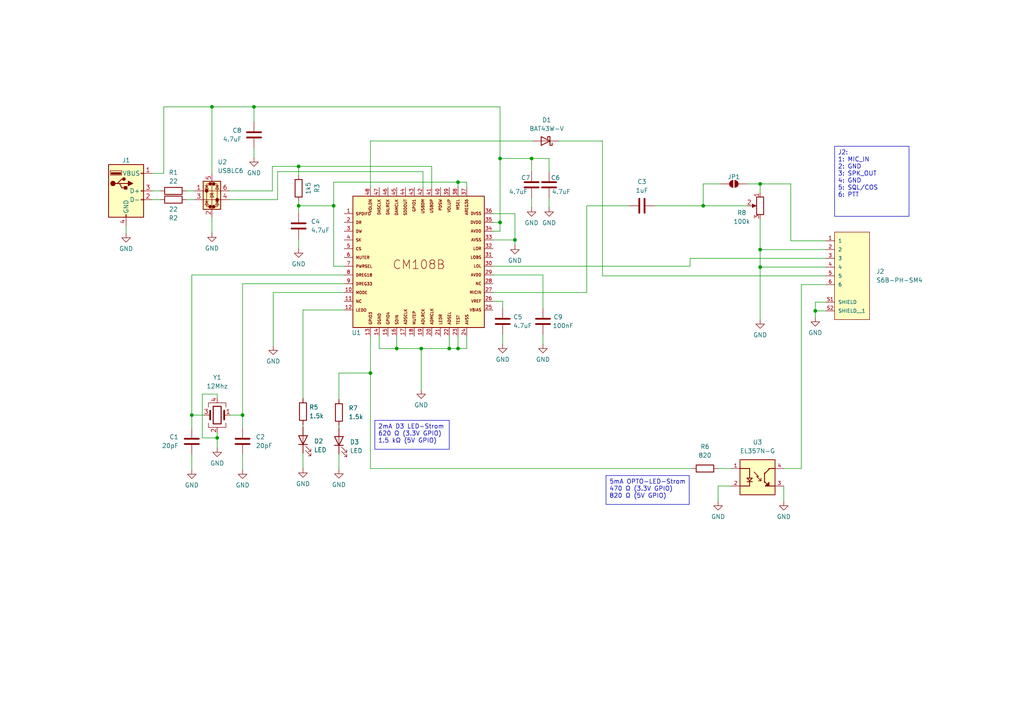
<source format=kicad_sch>
(kicad_sch (version 20250114) (generator "eeschema") (generator_version "9.0")
  (paper "A4")
  (lib_symbols
    (symbol "CM108B:CM108B" (pin_names (offset 1.016))
      (property "Reference" "U" (at 17.78 21.844 0))
      (property "Value" "CM108B" (at 17.78 -20.32 0))
      (symbol "CM108B_0_0"
        (rectangle (start -17.78 -17.78) (end 20.32 20.32) (stroke (width 0.254)) (fill (type background)))
        (text "SPDIFO" (at -17.018 14.732 0) (effects (font (size 0.8128 0.8128)) (justify left bottom)))
        (text "DR" (at -17.018 12.192 0) (effects (font (size 0.8128 0.8128)) (justify left bottom)))
        (text "DW" (at -17.018 9.652 0) (effects (font (size 0.8128 0.8128)) (justify left bottom)))
        (text "SK" (at -17.018 7.112 0) (effects (font (size 0.8128 0.8128)) (justify left bottom)))
        (text "CS" (at -17.018 4.572 0) (effects (font (size 0.8128 0.8128)) (justify left bottom)))
        (text "MUTER" (at -17.018 2.032 0) (effects (font (size 0.8128 0.8128)) (justify left bottom)))
        (text "PWRSEL" (at -17.018 -0.508 0) (effects (font (size 0.8128 0.8128)) (justify left bottom)))
        (text "DREG18" (at -17.018 -3.048 0) (effects (font (size 0.8128 0.8128)) (justify left bottom)))
        (text "DREG33" (at -17.018 -5.588 0) (effects (font (size 0.8128 0.8128)) (justify left bottom)))
        (text "MODE" (at -17.018 -8.128 0) (effects (font (size 0.8128 0.8128)) (justify left bottom)))
        (text "NC" (at -17.018 -10.668 0) (effects (font (size 0.8128 0.8128)) (justify left bottom)))
        (text "LEDO" (at -17.018 -13.208 0) (effects (font (size 0.8128 0.8128)) (justify left bottom)))
        (text "VOLDN" (at -13.208 19.558 900) (effects (font (size 0.8128 0.8128)) (justify right top)))
        (text "GPIO3" (at -12.192 -17.018 900) (effects (font (size 0.8128 0.8128)) (justify left bottom)))
        (text "DASCLK" (at -10.668 19.558 900) (effects (font (size 0.8128 0.8128)) (justify right top)))
        (text "DGND" (at -9.652 -17.018 900) (effects (font (size 0.8128 0.8128)) (justify left bottom)))
        (text "DALRCK" (at -8.128 19.558 900) (effects (font (size 0.8128 0.8128)) (justify right top)))
        (text "GPIO4" (at -7.112 -17.018 900) (effects (font (size 0.8128 0.8128)) (justify left bottom)))
        (text "CM108B" (at -6.35 -1.016 0) (effects (font (size 2.54 2.54)) (justify left bottom)))
        (text "DAMCLK" (at -5.588 19.558 900) (effects (font (size 0.8128 0.8128)) (justify right top)))
        (text "SDIN" (at -4.572 -17.018 900) (effects (font (size 0.8128 0.8128)) (justify left bottom)))
        (text "SDDOUT" (at -3.048 19.558 900) (effects (font (size 0.8128 0.8128)) (justify right top)))
        (text "ADSCLK" (at -2.032 -17.018 900) (effects (font (size 0.8128 0.8128)) (justify left bottom)))
        (text "GPIO1" (at -0.508 19.558 900) (effects (font (size 0.8128 0.8128)) (justify right top)))
        (text "MUTEP" (at 0.508 -17.018 900) (effects (font (size 0.8128 0.8128)) (justify left bottom)))
        (text "USBDM" (at 2.032 19.558 900) (effects (font (size 0.8128 0.8128)) (justify right top)))
        (text "ADLRCK" (at 3.048 -17.018 900) (effects (font (size 0.8128 0.8128)) (justify left bottom)))
        (text "USBDP" (at 4.572 19.558 900) (effects (font (size 0.8128 0.8128)) (justify right top)))
        (text "ADMCLK" (at 5.588 -17.018 900) (effects (font (size 0.8128 0.8128)) (justify left bottom)))
        (text "PDSW" (at 7.112 19.558 900) (effects (font (size 0.8128 0.8128)) (justify right top)))
        (text "LEDR" (at 8.128 -17.018 900) (effects (font (size 0.8128 0.8128)) (justify left bottom)))
        (text "VOLUP" (at 9.652 19.558 900) (effects (font (size 0.8128 0.8128)) (justify right top)))
        (text "ADSEL" (at 10.668 -17.018 900) (effects (font (size 0.8128 0.8128)) (justify left bottom)))
        (text "MSEL" (at 12.192 19.558 900) (effects (font (size 0.8128 0.8128)) (justify right top)))
        (text "TEST" (at 13.208 -17.018 900) (effects (font (size 0.8128 0.8128)) (justify left bottom)))
        (text "AREG36" (at 14.732 19.558 900) (effects (font (size 0.8128 0.8128)) (justify right top)))
        (text "AVSS" (at 15.748 -17.018 900) (effects (font (size 0.8128 0.8128)) (justify left bottom)))
        (text "DVSS" (at 19.558 15.748 0) (effects (font (size 0.8128 0.8128)) (justify right top)))
        (text "DVDD" (at 19.558 13.208 0) (effects (font (size 0.8128 0.8128)) (justify right top)))
        (text "AVDD" (at 19.558 10.668 0) (effects (font (size 0.8128 0.8128)) (justify right top)))
        (text "AVSS" (at 19.558 8.128 0) (effects (font (size 0.8128 0.8128)) (justify right top)))
        (text "LOR" (at 19.558 5.588 0) (effects (font (size 0.8128 0.8128)) (justify right top)))
        (text "LOBS" (at 19.558 3.048 0) (effects (font (size 0.8128 0.8128)) (justify right top)))
        (text "LOL" (at 19.558 0.508 0) (effects (font (size 0.8128 0.8128)) (justify right top)))
        (text "AVDD" (at 19.558 -2.032 0) (effects (font (size 0.8128 0.8128)) (justify right top)))
        (text "NC" (at 19.558 -4.572 0) (effects (font (size 0.8128 0.8128)) (justify right top)))
        (text "MICIN" (at 19.558 -7.112 0) (effects (font (size 0.8128 0.8128)) (justify right top)))
        (text "VREF" (at 19.558 -9.652 0) (effects (font (size 0.8128 0.8128)) (justify right top)))
        (text "VBIAS" (at 19.558 -12.192 0) (effects (font (size 0.8128 0.8128)) (justify right top)))
        (pin bidirectional line (at -20.32 15.24 0) (length 2.54) (name "~") (number "1"))
        (pin bidirectional line (at -20.32 12.7 0) (length 2.54) (name "~") (number "2"))
        (pin bidirectional line (at -20.32 10.16 0) (length 2.54) (name "~") (number "3"))
        (pin bidirectional line (at -20.32 7.62 0) (length 2.54) (name "~") (number "4"))
        (pin bidirectional line (at -20.32 5.08 0) (length 2.54) (name "~") (number "5"))
        (pin bidirectional line (at -20.32 2.54 0) (length 2.54) (name "~") (number "6"))
        (pin bidirectional line (at -20.32 0 0) (length 2.54) (name "~") (number "7"))
        (pin bidirectional line (at -20.32 -2.54 0) (length 2.54) (name "~") (number "8"))
        (pin bidirectional line (at -20.32 -5.08 0) (length 2.54) (name "~") (number "9"))
        (pin bidirectional line (at -20.32 -7.62 0) (length 2.54) (name "~") (number "10"))
        (pin bidirectional line (at -20.32 -10.16 0) (length 2.54) (name "~") (number "11"))
        (pin bidirectional line (at -20.32 -12.7 0) (length 2.54) (name "~") (number "12"))
        (pin bidirectional line (at -12.7 22.86 270) (length 2.54) (name "~") (number "48"))
        (pin bidirectional line (at -12.7 -20.32 90) (length 2.54) (name "~") (number "13"))
        (pin bidirectional line (at -10.16 22.86 270) (length 2.54) (name "~") (number "47"))
        (pin bidirectional line (at -10.16 -20.32 90) (length 2.54) (name "~") (number "14"))
        (pin bidirectional line (at -7.62 22.86 270) (length 2.54) (name "~") (number "46"))
        (pin bidirectional line (at -7.62 -20.32 90) (length 2.54) (name "~") (number "15"))
        (pin bidirectional line (at -5.08 22.86 270) (length 2.54) (name "~") (number "45"))
        (pin bidirectional line (at -5.08 -20.32 90) (length 2.54) (name "~") (number "16"))
        (pin bidirectional line (at -2.54 22.86 270) (length 2.54) (name "~") (number "44"))
        (pin bidirectional line (at -2.54 -20.32 90) (length 2.54) (name "~") (number "17"))
        (pin bidirectional line (at 0 22.86 270) (length 2.54) (name "~") (number "43"))
        (pin bidirectional line (at 0 -20.32 90) (length 2.54) (name "~") (number "18"))
        (pin bidirectional line (at 2.54 22.86 270) (length 2.54) (name "~") (number "42"))
        (pin bidirectional line (at 2.54 -20.32 90) (length 2.54) (name "~") (number "19"))
        (pin bidirectional line (at 5.08 22.86 270) (length 2.54) (name "~") (number "41"))
        (pin bidirectional line (at 5.08 -20.32 90) (length 2.54) (name "~") (number "20"))
        (pin bidirectional line (at 7.62 22.86 270) (length 2.54) (name "~") (number "40"))
        (pin bidirectional line (at 7.62 -20.32 90) (length 2.54) (name "~") (number "21"))
        (pin bidirectional line (at 10.16 22.86 270) (length 2.54) (name "~") (number "39"))
        (pin bidirectional line (at 10.16 -20.32 90) (length 2.54) (name "~") (number "22"))
        (pin bidirectional line (at 12.7 22.86 270) (length 2.54) (name "~") (number "38"))
        (pin bidirectional line (at 12.7 -20.32 90) (length 2.54) (name "~") (number "23"))
        (pin bidirectional line (at 15.24 22.86 270) (length 2.54) (name "~") (number "37"))
        (pin bidirectional line (at 15.24 -20.32 90) (length 2.54) (name "~") (number "24"))
        (pin bidirectional line (at 22.86 15.24 180) (length 2.54) (name "~") (number "36"))
        (pin bidirectional line (at 22.86 12.7 180) (length 2.54) (name "~") (number "35"))
        (pin bidirectional line (at 22.86 10.16 180) (length 2.54) (name "~") (number "34"))
        (pin bidirectional line (at 22.86 7.62 180) (length 2.54) (name "~") (number "33"))
        (pin bidirectional line (at 22.86 5.08 180) (length 2.54) (name "~") (number "32"))
        (pin bidirectional line (at 22.86 2.54 180) (length 2.54) (name "~") (number "31"))
        (pin bidirectional line (at 22.86 0 180) (length 2.54) (name "~") (number "30"))
        (pin bidirectional line (at 22.86 -2.54 180) (length 2.54) (name "~") (number "29"))
        (pin bidirectional line (at 22.86 -5.08 180) (length 2.54) (name "~") (number "28"))
        (pin bidirectional line (at 22.86 -7.62 180) (length 2.54) (name "~") (number "27"))
        (pin bidirectional line (at 22.86 -10.16 180) (length 2.54) (name "~") (number "26"))
        (pin bidirectional line (at 22.86 -12.7 180) (length 2.54) (name "~") (number "25"))
      )
    )
    (symbol "Connector_USB_PCB_Edge:USB_A_PCB_Edge_receptacle" (pin_names (offset 1.016))
      (property "Reference" "J" (at -5.08 11.43 0))
      (property "Value" "USB_A_PCB_Edge_receptacle" (at -5.08 8.89 0))
      (symbol "USB_A_PCB_Edge_receptacle_0_1"
        (rectangle (start -5.08 -7.62) (end 5.08 7.62) (stroke (width 0.254)) (fill (type background)))
        (circle (center -3.81 2.159) (radius 0.635) (stroke (width 0.254)) (fill (type outline)))
        (polyline (pts (xy -3.175 2.159) (xy -2.54 2.159) (xy -1.27 3.429) (xy -0.635 3.429)) (stroke (width 0.254)))
        (polyline (pts (xy -2.54 2.159) (xy -1.905 2.159) (xy -1.27 0.889) (xy 0 0.889)) (stroke (width 0.254)))
        (rectangle (start -1.524 4.826) (end -4.318 5.334) (fill (type outline)))
        (rectangle (start -1.27 4.572) (end -4.572 5.842))
        (circle (center -0.635 3.429) (radius 0.381) (stroke (width 0.254)) (fill (type outline)))
        (rectangle (start -0.127 -7.62) (end 0.127 -6.858))
        (rectangle (start 0.254 1.27) (end -0.508 0.508) (stroke (width 0.254)) (fill (type outline)))
        (polyline (pts (xy 0.635 2.794) (xy 0.635 1.524) (xy 1.905 2.159) (xy 0.635 2.794)) (stroke (width 0.254)) (fill (type outline)))
        (rectangle (start 5.08 4.953) (end 4.318 5.207))
        (rectangle (start 5.08 -0.127) (end 4.318 0.127))
        (rectangle (start 5.08 -2.667) (end 4.318 -2.413))
      )
      (symbol "USB_A_PCB_Edge_receptacle_1_1"
        (polyline (pts (xy -1.905 2.159) (xy 0.635 2.159)) (stroke (width 0.254)))
        (pin passive line (at -2.54 -10.16 90) (length 2.54) (hide yes) (name "Shield") (number "5"))
        (pin power_in line (at 0 -10.16 90) (length 2.54) (name "GND") (number "4"))
        (pin power_in line (at 7.62 5.08 180) (length 2.54) (name "VBUS") (number "1"))
        (pin bidirectional line (at 7.62 0 180) (length 2.54) (name "D+") (number "3"))
        (pin bidirectional line (at 7.62 -2.54 180) (length 2.54) (name "D-") (number "2"))
      )
    )
    (symbol "Device:C" (pin_numbers (hide yes)) (pin_names (offset 0.254))
      (property "Reference" "C" (at 0.635 2.54 0))
      (property "Value" "C" (at 0.635 -2.54 0))
      (symbol "C_0_1"
        (polyline (pts (xy -2.032 0.762) (xy 2.032 0.762)) (stroke (width 0.508)))
        (polyline (pts (xy -2.032 -0.762) (xy 2.032 -0.762)) (stroke (width 0.508)))
      )
      (symbol "C_1_1"
        (pin passive line (at 0 3.81 270) (length 2.794) (name "~") (number "1"))
        (pin passive line (at 0 -3.81 90) (length 2.794) (name "~") (number "2"))
      )
    )
    (symbol "Device:Crystal_GND24" (pin_names (offset 1.016) (hide yes))
      (property "Reference" "Y" (at 3.175 5.08 0))
      (property "Value" "Crystal_GND24" (at 3.175 3.175 0))
      (symbol "Crystal_GND24_0_1"
        (polyline (pts (xy -2.54 2.286) (xy -2.54 3.556) (xy 2.54 3.556) (xy 2.54 2.286)))
        (polyline (pts (xy -2.54 0) (xy -2.032 0)))
        (polyline (pts (xy -2.54 -2.286) (xy -2.54 -3.556) (xy 2.54 -3.556) (xy 2.54 -2.286)))
        (polyline (pts (xy -2.032 -1.27) (xy -2.032 1.27)) (stroke (width 0.508)))
        (rectangle (start -1.143 2.54) (end 1.143 -2.54) (stroke (width 0.3048)))
        (polyline (pts (xy 0 3.556) (xy 0 3.81)))
        (polyline (pts (xy 0 -3.81) (xy 0 -3.556)))
        (polyline (pts (xy 2.032 0) (xy 2.54 0)))
        (polyline (pts (xy 2.032 -1.27) (xy 2.032 1.27)) (stroke (width 0.508)))
      )
      (symbol "Crystal_GND24_1_1"
        (pin passive line (at -3.81 0 0) (length 1.27) (name "1") (number "1"))
        (pin passive line (at 0 5.08 270) (length 1.27) (name "2") (number "2"))
        (pin passive line (at 0 -5.08 90) (length 1.27) (name "4") (number "4"))
        (pin passive line (at 3.81 0 180) (length 1.27) (name "3") (number "3"))
      )
    )
    (symbol "Device:LED" (pin_numbers (hide yes)) (pin_names (offset 1.016) (hide yes))
      (property "Reference" "D" (at 0 2.54 0))
      (property "Value" "LED" (at 0 -2.54 0))
      (symbol "LED_0_1"
        (polyline (pts (xy -3.048 -0.762) (xy -4.572 -2.286) (xy -3.81 -2.286) (xy -4.572 -2.286) (xy -4.572 -1.524)))
        (polyline (pts (xy -1.778 -0.762) (xy -3.302 -2.286) (xy -2.54 -2.286) (xy -3.302 -2.286) (xy -3.302 -1.524)))
        (polyline (pts (xy -1.27 0) (xy 1.27 0)))
        (polyline (pts (xy -1.27 -1.27) (xy -1.27 1.27)) (stroke (width 0.254)))
        (polyline (pts (xy 1.27 -1.27) (xy 1.27 1.27) (xy -1.27 0) (xy 1.27 -1.27)) (stroke (width 0.254)))
      )
      (symbol "LED_1_1"
        (pin passive line (at -3.81 0 0) (length 2.54) (name "K") (number "1"))
        (pin passive line (at 3.81 0 180) (length 2.54) (name "A") (number "2"))
      )
    )
    (symbol "Device:R" (pin_numbers (hide yes)) (pin_names (offset 0))
      (property "Reference" "R" (at 2.032 0 90))
      (property "Value" "R" (at 0 0 90))
      (symbol "R_0_1"
        (rectangle (start -1.016 -2.54) (end 1.016 2.54) (stroke (width 0.254)))
      )
      (symbol "R_1_1"
        (pin passive line (at 0 3.81 270) (length 1.27) (name "~") (number "1"))
        (pin passive line (at 0 -3.81 90) (length 1.27) (name "~") (number "2"))
      )
    )
    (symbol "Device:R_Potentiometer" (pin_names (offset 1.016) (hide yes))
      (property "Reference" "RV" (at -4.445 0 90))
      (property "Value" "R_Potentiometer" (at -2.54 0 90))
      (symbol "R_Potentiometer_0_1"
        (rectangle (start 1.016 2.54) (end -1.016 -2.54) (stroke (width 0.254)))
        (polyline (pts (xy 1.143 0) (xy 2.286 0.508) (xy 2.286 -0.508) (xy 1.143 0)) (fill (type outline)))
        (polyline (pts (xy 2.54 0) (xy 1.524 0)))
      )
      (symbol "R_Potentiometer_1_1"
        (pin passive line (at 0 3.81 270) (length 1.27) (name "1") (number "1"))
        (pin passive line (at 0 -3.81 90) (length 1.27) (name "3") (number "3"))
        (pin passive line (at 3.81 0 180) (length 1.27) (name "2") (number "2"))
      )
    )
    (symbol "Diode:BAT43W-V" (pin_numbers (hide yes)) (pin_names (offset 1.016) (hide yes))
      (property "Reference" "D" (at 0 2.54 0))
      (property "Value" "BAT43W-V" (at 0 -2.54 0))
      (symbol "BAT43W-V_0_1"
        (polyline (pts (xy -1.905 0.635) (xy -1.905 1.27) (xy -1.27 1.27) (xy -1.27 -1.27) (xy -0.635 -1.27) (xy -0.635 -0.635)) (stroke (width 0.254)))
        (polyline (pts (xy 1.27 1.27) (xy 1.27 -1.27) (xy -1.27 0) (xy 1.27 1.27)) (stroke (width 0.254)))
        (polyline (pts (xy 1.27 0) (xy -1.27 0)))
      )
      (symbol "BAT43W-V_1_1"
        (pin passive line (at -3.81 0 0) (length 2.54) (name "K") (number "1"))
        (pin passive line (at 3.81 0 180) (length 2.54) (name "A") (number "2"))
      )
    )
    (symbol "EL357N-G:EL357N-G" (pin_names (offset 1.016))
      (property "Reference" "U" (at -5.08 5.08 0))
      (property "Value" "EL357N-G" (at -5.08 -7.62 0))
      (symbol "EL357N-G_0_0"
        (polyline (pts (xy -5.08 2.54) (xy -2.286 2.54)) (stroke (width 0.254)))
        (rectangle (start -5.08 -5.08) (end 5.08 5.08) (stroke (width 0.254)) (fill (type background)))
        (polyline (pts (xy -3.048 -0.254) (xy -2.286 -1.016)) (stroke (width 0.254)))
        (polyline (pts (xy -3.048 -1.27) (xy -1.524 -1.27)) (stroke (width 0.254)))
        (polyline (pts (xy -2.286 2.54) (xy -2.286 -0.254)) (stroke (width 0.254)))
        (polyline (pts (xy -2.286 -0.254) (xy -3.048 -0.254)) (stroke (width 0.254)))
        (polyline (pts (xy -2.286 -0.254) (xy -1.524 -0.254)) (stroke (width 0.254)))
        (polyline (pts (xy -2.286 -1.016) (xy -1.524 -0.254)) (stroke (width 0.254)))
        (polyline (pts (xy -2.286 -1.27) (xy -2.286 -2.54)) (stroke (width 0.254)))
        (polyline (pts (xy -2.286 -2.54) (xy -5.08 -2.54)) (stroke (width 0.254)))
        (polyline (pts (xy -1.016 1.524) (xy 0.254 0.254)) (stroke (width 0.2032)))
        (polyline (pts (xy -0.254 0.254) (xy 1.016 -1.016)) (stroke (width 0.2032)))
        (polyline (pts (xy 0.254 0.254) (xy -0.254 0.254)) (stroke (width 0.2032)))
        (polyline (pts (xy 1.016 -1.016) (xy 0.254 -1.016)) (stroke (width 0.2032)))
        (polyline (pts (xy 1.016 -1.016) (xy 1.016 -0.254)) (stroke (width 0.2032)))
        (polyline (pts (xy 2.032 1.016) (xy 2.032 1.27)) (stroke (width 0.254)))
        (polyline (pts (xy 2.032 1.016) (xy 2.032 -1.27)) (stroke (width 0.254)))
        (polyline (pts (xy 2.032 -1.27) (xy 2.032 -1.524)) (stroke (width 0.254)))
        (polyline (pts (xy 2.032 -1.27) (xy 3.302 -2.54)) (stroke (width 0.254)))
        (polyline (pts (xy 2.286 -2.54) (xy 3.048 -2.54)) (stroke (width 0.254)))
        (polyline (pts (xy 2.54 -2.286) (xy 2.286 -2.54)) (stroke (width 0.254)))
        (polyline (pts (xy 2.54 -2.286) (xy 2.794 -2.286)) (stroke (width 0.254)))
        (polyline (pts (xy 2.794 -2.286) (xy 3.048 -2.54)) (stroke (width 0.254)))
        (polyline (pts (xy 3.048 -2.032) (xy 2.794 -2.286)) (stroke (width 0.254)))
        (polyline (pts (xy 3.048 -2.032) (xy 3.302 -1.778)) (stroke (width 0.254)))
        (polyline (pts (xy 3.048 -2.54) (xy 3.048 -2.032)) (stroke (width 0.254)))
        (polyline (pts (xy 3.048 -2.54) (xy 3.302 -2.54)) (stroke (width 0.254)))
        (polyline (pts (xy 3.302 2.54) (xy 3.302 2.286)) (stroke (width 0.254)))
        (polyline (pts (xy 3.302 2.286) (xy 2.032 1.016)) (stroke (width 0.254)))
        (polyline (pts (xy 3.302 -1.524) (xy 2.54 -2.286)) (stroke (width 0.254)))
        (polyline (pts (xy 3.302 -1.778) (xy 3.302 -1.524)) (stroke (width 0.254)))
        (polyline (pts (xy 3.302 -2.286) (xy 3.048 -2.032)) (stroke (width 0.254)))
        (polyline (pts (xy 3.302 -2.286) (xy 3.302 -1.778)) (stroke (width 0.254)))
        (polyline (pts (xy 3.302 -2.54) (xy 3.302 -2.286)) (stroke (width 0.254)))
        (polyline (pts (xy 3.302 -2.54) (xy 5.08 -2.54)) (stroke (width 0.254)))
        (polyline (pts (xy 5.08 2.54) (xy 3.302 2.54)) (stroke (width 0.254)))
        (pin passive line (at -7.62 2.54 0) (length 2.54) (name "~") (number "1"))
        (pin passive line (at -7.62 -2.54 0) (length 2.54) (name "~") (number "2"))
        (pin passive line (at 7.62 2.54 180) (length 2.54) (name "~") (number "4"))
        (pin passive line (at 7.62 -2.54 180) (length 2.54) (name "~") (number "3"))
      )
    )
    (symbol "Power_Protection:USBLC6-2SC6" (pin_names (hide yes))
      (property "Reference" "U" (at 0.635 5.715 0))
      (property "Value" "USBLC6-2SC6" (at 0.635 3.81 0))
      (symbol "USBLC6-2SC6_0_0"
        (circle (center -1.524 0) (radius 0.0001) (stroke (width 0.508)))
        (circle (center -0.508 2.032) (radius 0.0001) (stroke (width 0.508)))
        (circle (center -0.508 -4.572) (radius 0.0001) (stroke (width 0.508)))
        (circle (center 0.508 2.032) (radius 0.0001) (stroke (width 0.508)))
        (circle (center 0.508 -4.572) (radius 0.0001) (stroke (width 0.508)))
        (circle (center 1.524 -2.54) (radius 0.0001) (stroke (width 0.508)))
      )
      (symbol "USBLC6-2SC6_0_1"
        (polyline (pts (xy -2.54 0) (xy 2.54 0)))
        (polyline (pts (xy -2.54 -2.54) (xy 2.54 -2.54)))
        (polyline (pts (xy -2.032 0.508) (xy -1.016 0.508) (xy -1.524 1.524) (xy -2.032 0.508)))
        (polyline (pts (xy -2.032 -3.048) (xy -1.016 -3.048)))
        (polyline (pts (xy -1.016 1.524) (xy -2.032 1.524)))
        (polyline (pts (xy -1.016 -4.064) (xy -2.032 -4.064) (xy -1.524 -3.048) (xy -1.016 -4.064)))
        (polyline (pts (xy -0.508 -1.143) (xy -0.508 -0.762) (xy 0.508 -0.762)))
        (polyline (pts (xy 0 2.54) (xy -0.508 2.032) (xy 0.508 2.032) (xy 0 1.524) (xy 0 -4.064) (xy -0.508 -4.572) (xy 0.508 -4.572) (xy 0 -5.08)))
        (polyline (pts (xy 0.508 -1.778) (xy -0.508 -1.778) (xy 0 -0.762) (xy 0.508 -1.778)))
        (polyline (pts (xy 1.016 1.524) (xy 2.032 1.524)))
        (polyline (pts (xy 1.016 -3.048) (xy 2.032 -3.048)))
        (polyline (pts (xy 2.032 0.508) (xy 1.016 0.508) (xy 1.524 1.524) (xy 2.032 0.508)))
        (polyline (pts (xy 2.032 -4.064) (xy 1.016 -4.064) (xy 1.524 -3.048) (xy 2.032 -4.064)))
      )
      (symbol "USBLC6-2SC6_1_1"
        (rectangle (start -2.54 2.794) (end 2.54 -5.334) (stroke (width 0.254)) (fill (type background)))
        (polyline (pts (xy -0.508 2.032) (xy -1.524 2.032) (xy -1.524 -4.572) (xy -0.508 -4.572)))
        (polyline (pts (xy 0.508 -4.572) (xy 1.524 -4.572) (xy 1.524 2.032) (xy 0.508 2.032)))
        (pin passive line (at -5.08 0 0) (length 2.54) (name "I/O1") (number "1"))
        (pin passive line (at -5.08 -2.54 0) (length 2.54) (name "I/O2") (number "3"))
        (pin passive line (at 0 5.08 270) (length 2.54) (name "VBUS") (number "5"))
        (pin passive line (at 0 -7.62 90) (length 2.54) (name "GND") (number "2"))
        (pin passive line (at 5.08 0 180) (length 2.54) (name "I/O1") (number "6"))
        (pin passive line (at 5.08 -2.54 180) (length 2.54) (name "I/O2") (number "4"))
      )
    )
    (symbol "S6B-PH-SM4-TB_LF__SN_:S6B-PH-SM4-TB_LF__SN_" (pin_names (offset 1.016))
      (property "Reference" "J" (at -4.5735 10.6715 0))
      (property "Value" "S6B-PH-SM4-TB_LF__SN_" (at -5.0827 -17.7881 0))
      (symbol "S6B-PH-SM4-TB_LF__SN__0_0"
        (rectangle (start -5.08 -15.24) (end 5.08 10.16) (stroke (width 0.1524)) (fill (type background)))
        (pin passive line (at -7.62 7.62 0) (length 2.54) (name "1") (number "1"))
        (pin passive line (at -7.62 5.08 0) (length 2.54) (name "2") (number "2"))
        (pin passive line (at -7.62 2.54 0) (length 2.54) (name "3") (number "3"))
        (pin passive line (at -7.62 0 0) (length 2.54) (name "4") (number "4"))
        (pin passive line (at -7.62 -2.54 0) (length 2.54) (name "5") (number "5"))
        (pin passive line (at -7.62 -5.08 0) (length 2.54) (name "6") (number "6"))
        (pin passive line (at -7.62 -10.16 0) (length 2.54) (name "SHIELD") (number "S1"))
        (pin passive line (at -7.62 -12.7 0) (length 2.54) (name "SHIELD__1") (number "S2"))
      )
    )
    (symbol "SolderJumper_2_Open_1" (pin_numbers (hide yes)) (pin_names (offset 0) (hide yes)) (in_bom no)
      (property "Reference" "JP" (at 0 2.032 0))
      (property "Value" "SolderJumper_2_Open" (at 0 -2.54 0))
      (symbol "SolderJumper_2_Open_1_0_1"
        (polyline (pts (xy -0.254 1.016) (xy -0.254 -1.016)))
        (arc (start -0.254 -1.016) (mid -1.2656 0) (end -0.254 1.016))
        (arc (start -0.254 -1.016) (mid -1.2656 0) (end -0.254 1.016) (fill (type outline)))
        (arc (start 0.254 1.016) (mid 1.2656 0) (end 0.254 -1.016))
        (arc (start 0.254 1.016) (mid 1.2656 0) (end 0.254 -1.016) (fill (type outline)))
        (polyline (pts (xy 0.254 1.016) (xy 0.254 -1.016)))
      )
      (symbol "SolderJumper_2_Open_1_1_1"
        (pin passive line (at -3.81 0 0) (length 2.54) (name "A") (number "1"))
        (pin passive line (at 3.81 0 180) (length 2.54) (name "B") (number "2"))
      )
    )
    (symbol "power:GND" (power) (pin_numbers (hide yes)) (pin_names (offset 0) (hide yes))
      (property "Value" "GND" (at 0 -3.81 0))
      (symbol "GND_0_1"
        (polyline (pts (xy 0 0) (xy 0 -1.27) (xy 1.27 -1.27) (xy 0 -2.54) (xy -1.27 -1.27) (xy 0 -1.27)))
      )
      (symbol "GND_1_1"
        (pin power_in line (at 0 0 270) (length 0) (name "~") (number "1"))
      )
    )
  )
  (text_box "2mA D3 LED-Strom\n620 Ω (3.3V GPIO)\n1.5 kΩ (5V GPIO)" (at 108.712 121.92 0) (size 21.59 8.382) (margins 0.9525 0.9525 0.9525 0.9525) (effects (font (size 1.27 1.27)) (justify left top)))
  (text_box "5mA OPTO-LED-Strom\n470 Ω (3.3V GPIO)\n820 Ω (5V GPIO)" (at 175.768 137.922 0) (size 24.13 8.382) (margins 0.9525 0.9525 0.9525 0.9525) (effects (font (size 1.27 1.27)) (justify left top)))
  (text_box "J2:\n1: MIC_IN\n2: GND\n3: SPK_OUT\n4: GND\n5: SQL/COS\n6: PTT" (at 242.062 42.418 0) (size 21.59 20.32) (margins 0.9525 0.9525 0.9525 0.9525) (effects (font (size 1.27 1.27)) (justify left top)))
  (junction (at 55.626 120.396))
  (junction (at 220.472 53.34))
  (junction (at 145.034 64.516))
  (junction (at 96.774 59.69))
  (junction (at 145.034 45.974))
  (junction (at 149.352 69.596))
  (junction (at 70.358 120.396))
  (junction (at 86.614 59.69))
  (junction (at 73.66 30.988))
  (junction (at 220.472 72.39))
  (junction (at 62.992 127))
  (junction (at 61.468 30.988))
  (junction (at 220.472 77.47))
  (junction (at 236.474 90.17))
  (junction (at 203.962 59.69))
  (junction (at 115.062 101.092))
  (junction (at 130.302 101.092))
  (junction (at 132.842 101.092))
  (junction (at 122.174 101.092))
  (junction (at 154.178 45.974))
  (junction (at 132.842 52.832))
  (junction (at 86.614 48.26))
  (junction (at 107.442 108.204))
  (wire (pts (xy 115.062 97.536) (xy 115.062 101.092)))
  (wire (pts (xy 66.548 57.912) (xy 80.518 57.912)))
  (wire (pts (xy 87.884 89.916) (xy 87.884 115.57)))
  (wire (pts (xy 61.468 30.988) (xy 61.468 50.292)))
  (wire (pts (xy 98.298 108.204) (xy 98.298 115.824)))
  (wire (pts (xy 216.662 53.34) (xy 220.472 53.34)))
  (wire (pts (xy 149.352 69.596) (xy 149.352 71.12)))
  (wire (pts (xy 122.682 49.784) (xy 80.518 49.784)))
  (wire (pts (xy 220.472 77.47) (xy 220.472 92.71)))
  (wire (pts (xy 145.796 87.376) (xy 145.796 89.408)))
  (wire (pts (xy 200.152 77.216) (xy 143.002 77.216)))
  (wire (pts (xy 79.248 84.836) (xy 79.248 100.33)))
  (wire (pts (xy 143.002 69.596) (xy 149.352 69.596)))
  (wire (pts (xy 145.034 45.974) (xy 154.178 45.974)))
  (wire (pts (xy 170.18 59.69) (xy 182.372 59.69)))
  (wire (pts (xy 220.472 63.5) (xy 220.472 72.39)))
  (wire (pts (xy 208.28 140.97) (xy 208.28 145.415)))
  (wire (pts (xy 132.842 52.832) (xy 135.382 52.832)))
  (wire (pts (xy 99.822 84.836) (xy 79.248 84.836)))
  (wire (pts (xy 143.002 67.056) (xy 145.034 67.056)))
  (wire (pts (xy 36.576 65.532) (xy 36.576 67.691)))
  (wire (pts (xy 209.042 53.34) (xy 203.962 53.34)))
  (wire (pts (xy 62.992 125.476) (xy 62.992 127)))
  (wire (pts (xy 96.774 77.216) (xy 99.822 77.216)))
  (wire (pts (xy 143.002 64.516) (xy 145.034 64.516)))
  (wire (pts (xy 115.062 101.092) (xy 122.174 101.092)))
  (wire (pts (xy 132.842 101.092) (xy 135.382 101.092)))
  (wire (pts (xy 145.034 64.516) (xy 145.034 67.056)))
  (wire (pts (xy 236.474 87.63) (xy 236.474 90.17)))
  (wire (pts (xy 203.962 59.69) (xy 216.662 59.69)))
  (wire (pts (xy 232.41 82.55) (xy 239.522 82.55)))
  (wire (pts (xy 55.626 79.756) (xy 99.822 79.756)))
  (wire (pts (xy 80.518 49.784) (xy 80.518 57.912)))
  (wire (pts (xy 86.614 59.69) (xy 86.614 61.722)))
  (wire (pts (xy 229.362 53.34) (xy 229.362 69.85)))
  (wire (pts (xy 73.66 42.926) (xy 73.66 45.72)))
  (wire (pts (xy 122.174 101.092) (xy 130.302 101.092)))
  (wire (pts (xy 174.752 40.894) (xy 162.052 40.894)))
  (wire (pts (xy 132.842 52.832) (xy 132.842 54.356)))
  (wire (pts (xy 62.992 115.316) (xy 62.992 114.3)))
  (wire (pts (xy 109.982 97.536) (xy 109.982 101.092)))
  (wire (pts (xy 170.18 84.836) (xy 170.18 59.69)))
  (wire (pts (xy 96.774 59.69) (xy 96.774 52.832)))
  (wire (pts (xy 130.302 97.536) (xy 130.302 101.092)))
  (wire (pts (xy 58.674 114.3) (xy 58.674 127)))
  (wire (pts (xy 122.682 54.356) (xy 122.682 49.784)))
  (wire (pts (xy 143.002 79.756) (xy 157.48 79.756)))
  (wire (pts (xy 154.178 45.974) (xy 159.258 45.974)))
  (wire (pts (xy 122.174 101.092) (xy 122.174 113.03)))
  (wire (pts (xy 107.442 135.89) (xy 200.66 135.89)))
  (wire (pts (xy 220.472 72.39) (xy 239.522 72.39)))
  (wire (pts (xy 55.626 120.396) (xy 59.182 120.396)))
  (wire (pts (xy 232.41 82.55) (xy 232.41 135.89)))
  (wire (pts (xy 44.196 50.292) (xy 47.498 50.292)))
  (wire (pts (xy 157.48 97.028) (xy 157.48 99.822)))
  (wire (pts (xy 86.614 59.69) (xy 96.774 59.69)))
  (wire (pts (xy 109.982 101.092) (xy 115.062 101.092)))
  (wire (pts (xy 143.002 84.836) (xy 170.18 84.836)))
  (wire (pts (xy 62.992 127) (xy 62.992 129.921)))
  (wire (pts (xy 149.352 61.976) (xy 149.352 69.596)))
  (wire (pts (xy 96.774 59.69) (xy 96.774 77.216)))
  (wire (pts (xy 54.102 57.912) (xy 56.388 57.912)))
  (wire (pts (xy 87.884 131.445) (xy 87.884 135.89)))
  (wire (pts (xy 135.382 52.832) (xy 135.382 54.356)))
  (wire (pts (xy 132.842 101.092) (xy 130.302 101.092)))
  (wire (pts (xy 236.474 90.17) (xy 236.474 92.075)))
  (wire (pts (xy 62.992 114.3) (xy 58.674 114.3)))
  (wire (pts (xy 145.796 97.028) (xy 145.796 99.822)))
  (wire (pts (xy 58.674 127) (xy 62.992 127)))
  (wire (pts (xy 220.472 72.39) (xy 220.472 77.47)))
  (wire (pts (xy 66.548 55.372) (xy 78.994 55.372)))
  (wire (pts (xy 107.442 40.894) (xy 154.432 40.894)))
  (wire (pts (xy 135.382 97.536) (xy 135.382 101.092)))
  (wire (pts (xy 220.472 55.88) (xy 220.472 53.34)))
  (wire (pts (xy 154.178 49.784) (xy 154.178 45.974)))
  (wire (pts (xy 70.358 82.296) (xy 99.822 82.296)))
  (wire (pts (xy 203.962 53.34) (xy 203.962 59.69)))
  (wire (pts (xy 61.468 30.988) (xy 73.66 30.988)))
  (wire (pts (xy 55.626 131.826) (xy 55.626 136.271)))
  (wire (pts (xy 154.178 57.404) (xy 154.178 60.198)))
  (wire (pts (xy 96.774 52.832) (xy 132.842 52.832)))
  (wire (pts (xy 200.152 74.93) (xy 200.152 77.216)))
  (wire (pts (xy 107.442 108.204) (xy 98.298 108.204)))
  (wire (pts (xy 66.802 120.396) (xy 70.358 120.396)))
  (wire (pts (xy 174.752 80.01) (xy 174.752 40.894)))
  (wire (pts (xy 44.196 57.912) (xy 46.482 57.912)))
  (wire (pts (xy 86.614 48.26) (xy 125.222 48.26)))
  (wire (pts (xy 229.362 69.85) (xy 239.522 69.85)))
  (wire (pts (xy 189.992 59.69) (xy 203.962 59.69)))
  (wire (pts (xy 55.626 79.756) (xy 55.626 120.396)))
  (wire (pts (xy 212.09 140.97) (xy 208.28 140.97)))
  (wire (pts (xy 61.468 62.992) (xy 61.468 67.564)))
  (wire (pts (xy 78.994 55.372) (xy 78.994 48.26)))
  (wire (pts (xy 145.034 45.974) (xy 145.034 64.516)))
  (wire (pts (xy 143.002 61.976) (xy 149.352 61.976)))
  (wire (pts (xy 157.48 79.756) (xy 157.48 89.408)))
  (wire (pts (xy 44.196 55.372) (xy 46.482 55.372)))
  (wire (pts (xy 70.358 82.296) (xy 70.358 120.396)))
  (wire (pts (xy 55.626 120.396) (xy 55.626 124.206)))
  (wire (pts (xy 107.442 108.204) (xy 107.442 135.89)))
  (wire (pts (xy 132.842 97.536) (xy 132.842 101.092)))
  (wire (pts (xy 86.614 48.26) (xy 86.614 50.8)))
  (wire (pts (xy 236.474 90.17) (xy 239.522 90.17)))
  (wire (pts (xy 73.66 30.988) (xy 145.034 30.988)))
  (wire (pts (xy 54.102 55.372) (xy 56.388 55.372)))
  (wire (pts (xy 70.358 131.826) (xy 70.358 136.271)))
  (wire (pts (xy 47.498 30.988) (xy 47.498 50.292)))
  (wire (pts (xy 220.472 77.47) (xy 239.522 77.47)))
  (wire (pts (xy 159.258 57.404) (xy 159.258 60.198)))
  (wire (pts (xy 227.33 140.97) (xy 227.33 145.415)))
  (wire (pts (xy 73.66 30.988) (xy 73.66 35.306)))
  (wire (pts (xy 159.258 45.974) (xy 159.258 49.784)))
  (wire (pts (xy 78.994 48.26) (xy 86.614 48.26)))
  (wire (pts (xy 125.222 48.26) (xy 125.222 54.356)))
  (wire (pts (xy 236.474 87.63) (xy 239.522 87.63)))
  (wire (pts (xy 70.358 120.396) (xy 70.358 124.206)))
  (wire (pts (xy 200.152 74.93) (xy 239.522 74.93)))
  (wire (pts (xy 227.33 135.89) (xy 232.41 135.89)))
  (wire (pts (xy 174.752 80.01) (xy 239.522 80.01)))
  (wire (pts (xy 47.498 30.988) (xy 61.468 30.988)))
  (wire (pts (xy 107.442 40.894) (xy 107.442 54.356)))
  (wire (pts (xy 87.884 89.916) (xy 99.822 89.916)))
  (wire (pts (xy 107.442 97.536) (xy 107.442 108.204)))
  (wire (pts (xy 98.298 131.699) (xy 98.298 136.144)))
  (wire (pts (xy 143.002 87.376) (xy 145.796 87.376)))
  (wire (pts (xy 86.614 69.342) (xy 86.614 72.136)))
  (wire (pts (xy 87.884 123.19) (xy 87.884 123.825)))
  (wire (pts (xy 86.614 58.42) (xy 86.614 59.69)))
  (wire (pts (xy 208.28 135.89) (xy 212.09 135.89)))
  (wire (pts (xy 220.472 53.34) (xy 229.362 53.34)))
  (wire (pts (xy 145.034 30.988) (xy 145.034 45.974)))
  (wire (pts (xy 98.298 123.444) (xy 98.298 124.079)))
  (symbol (lib_id "Device:C") (at 70.358 128.016 0) (unit 1)
    (property "Reference" "C2" (at 74.168 126.7459 0) (effects (justify left)))
    (property "Value" "20pF" (at 74.168 129.2859 0) (effects (justify left)))
    (property "Footprint" "Capacitor_SMD:C_0805_2012Metric_Pad1.18x1.45mm_HandSolder" (effects (hide yes)))
    (property "Description" "Unpolarized capacitor" (effects (hide yes)))
  )
  (symbol (lib_id "Device:C") (at 145.796 93.218 0) (unit 1)
    (property "Reference" "C5" (at 148.844 91.9479 0) (effects (justify left)))
    (property "Value" "4.7uF" (at 148.844 94.4879 0) (effects (justify left)))
    (property "Footprint" "Capacitor_SMD:C_0805_2012Metric" (effects (hide yes)))
    (property "Description" "Unpolarized capacitor" (effects (hide yes)))
  )
  (symbol (lib_id "power:GND") (at 227.33 145.415 0) (unit 1)
    (property "Reference" "#PWR04" (effects (hide yes)))
    (property "Value" "GND" (at 227.33 149.86 0))
    (property "Description" "Power symbol creates a global label with name \"GND\" , ground" (effects (hide yes)))
  )
  (symbol (lib_id "power:GND") (at 149.352 71.12 0) (unit 1)
    (property "Reference" "#PWR020" (effects (hide yes)))
    (property "Value" "GND" (at 149.352 75.565 0))
    (property "Description" "Power symbol creates a global label with name \"GND\" , ground" (effects (hide yes)))
  )
  (symbol (lib_id "Device:C") (at 55.626 128.016 0) (mirror x) (unit 1)
    (property "Reference" "C1" (at 51.816 126.7459 0) (effects (justify right)))
    (property "Value" "20pF" (at 51.816 129.2859 0) (effects (justify right)))
    (property "Footprint" "Capacitor_SMD:C_0805_2012Metric_Pad1.18x1.45mm_HandSolder" (effects (hide yes)))
    (property "Description" "Unpolarized capacitor" (effects (hide yes)))
  )
  (symbol (lib_id "Device:R") (at 86.614 54.61 180) (unit 1)
    (property "Reference" "R3" (at 91.948 54.61 90))
    (property "Value" "1k5" (at 89.408 54.61 90))
    (property "Footprint" "Resistor_SMD:R_0805_2012Metric" (effects (hide yes)))
    (property "Description" "Resistor" (effects (hide yes)))
  )
  (symbol (lib_id "power:GND") (at 208.28 145.415 0) (unit 1)
    (property "Reference" "#PWR01" (effects (hide yes)))
    (property "Value" "GND" (at 208.28 149.86 0))
    (property "Description" "Power symbol creates a global label with name \"GND\" , ground" (effects (hide yes)))
  )
  (symbol (lib_id "power:GND") (at 87.884 135.89 0) (unit 1)
    (property "Reference" "#PWR05" (effects (hide yes)))
    (property "Value" "GND" (at 87.884 140.335 0))
    (property "Description" "Power symbol creates a global label with name \"GND\" , ground" (effects (hide yes)))
  )
  (symbol (lib_id "power:GND") (at 122.174 113.03 0) (unit 1)
    (property "Reference" "#PWR018" (effects (hide yes)))
    (property "Value" "GND" (at 122.174 117.475 0))
    (property "Description" "Power symbol creates a global label with name \"GND\" , ground" (effects (hide yes)))
  )
  (symbol (lib_id "Device:R") (at 50.292 55.372 270) (unit 1)
    (property "Reference" "R1" (at 50.292 50.038 90))
    (property "Value" "22" (at 50.292 52.578 90))
    (property "Footprint" "Resistor_SMD:R_0805_2012Metric" (effects (hide yes)))
    (property "Description" "Resistor" (effects (hide yes)))
  )
  (symbol (lib_id "power:GND") (at 86.614 72.136 0) (unit 1)
    (property "Reference" "#PWR012" (effects (hide yes)))
    (property "Value" "GND" (at 86.614 76.581 0))
    (property "Description" "Power symbol creates a global label with name \"GND\" , ground" (effects (hide yes)))
  )
  (symbol (lib_id "power:GND") (at 62.992 129.921 0) (unit 1)
    (property "Reference" "#PWR011" (effects (hide yes)))
    (property "Value" "GND" (at 62.992 134.366 0))
    (property "Description" "Power symbol creates a global label with name \"GND\" , ground" (effects (hide yes)))
  )
  (symbol (lib_id "Device:C") (at 159.258 53.594 0) (unit 1)
    (property "Reference" "C6" (at 159.766 51.562 0) (effects (justify left)))
    (property "Value" "4.7uF" (at 160.02 55.626 0) (effects (justify left)))
    (property "Footprint" "Capacitor_SMD:C_0805_2012Metric" (effects (hide yes)))
    (property "Description" "Unpolarized capacitor" (effects (hide yes)))
  )
  (symbol (lib_id "CM108B:CM108B") (at 120.142 77.216 0) (unit 1)
    (property "Reference" "U1" (at 103.378 96.52 0))
    (property "Value" "CM108B" (effects (hide yes)))
    (property "Footprint" "CM108B:TQFP48" (effects (hide yes)))
    (property "MF" "Cmedia" (effects (hide yes)))
    (property "Description_1" "\n                        \n                            USB Audio Codec improved on CM\n                        \n" (effects (hide yes)))
    (property "Package" "None" (effects (hide yes)))
    (property "Price" "None" (effects (hide yes)))
    (property "SnapEDA_Link" "https://www.snapeda.com/parts/CM108B/Cmedia/view-part/?ref=snap" (effects (hide yes)))
    (property "MP" "CM108B" (effects (hide yes)))
    (property "Availability" "In Stock" (effects (hide yes)))
    (property "Check_prices" "https://www.snapeda.com/parts/CM108B/Cmedia/view-part/?ref=eda" (effects (hide yes)))
  )
  (symbol (lib_id "power:GND") (at 159.258 60.198 0) (unit 1)
    (property "Reference" "#PWR015" (effects (hide yes)))
    (property "Value" "GND" (at 159.258 64.643 0))
    (property "Description" "Power symbol creates a global label with name \"GND\" , ground" (effects (hide yes)))
  )
  (symbol (lib_id "Device:Crystal_GND24") (at 62.992 120.396 180) (unit 1)
    (property "Reference" "Y1" (at 62.992 109.474 0))
    (property "Value" "12Mhz" (at 62.992 112.014 0))
    (property "Footprint" "Crystal:Crystal_SMD_3225-4Pin_3.2x2.5mm" (effects (hide yes)))
    (property "Description" "Four pin crystal, GND on pins 2 and 4" (effects (hide yes)))
  )
  (symbol (lib_id "power:GND") (at 154.178 60.198 0) (mirror y) (unit 1)
    (property "Reference" "#PWR016" (effects (hide yes)))
    (property "Value" "GND" (at 154.178 64.643 0))
    (property "Description" "Power symbol creates a global label with name \"GND\" , ground" (effects (hide yes)))
  )
  (symbol (lib_id "Device:R") (at 87.884 119.38 180) (unit 1)
    (property "Reference" "R5" (at 89.662 118.1099 0) (effects (justify right)))
    (property "Value" "1.5k" (at 89.662 120.6499 0) (effects (justify right)))
    (property "Footprint" "Resistor_SMD:R_0805_2012Metric" (effects (hide yes)))
    (property "Description" "Resistor" (effects (hide yes)))
  )
  (symbol (lib_id "power:GND") (at 236.474 92.075 0) (unit 1)
    (property "Reference" "#PWR03" (effects (hide yes)))
    (property "Value" "GND" (at 236.474 96.52 0))
    (property "Description" "Power symbol creates a global label with name \"GND\" , ground" (effects (hide yes)))
  )
  (symbol (lib_id "Device:R") (at 204.47 135.89 90) (unit 1)
    (property "Reference" "R6" (at 204.47 129.54 90))
    (property "Value" "820" (at 204.47 132.08 90))
    (property "Footprint" "Resistor_SMD:R_0805_2012Metric" (effects (hide yes)))
    (property "Description" "Resistor" (effects (hide yes)))
  )
  (symbol (lib_id "Device:C") (at 154.178 53.594 0) (mirror y) (unit 1)
    (property "Reference" "C7" (at 151.13 51.562 0) (effects (justify right)))
    (property "Value" "4.7uF" (at 147.574 55.626 0) (effects (justify right)))
    (property "Footprint" "Capacitor_SMD:C_0805_2012Metric" (effects (hide yes)))
    (property "Description" "Unpolarized capacitor" (effects (hide yes)))
  )
  (symbol (lib_id "power:GND") (at 157.48 99.822 0) (unit 1)
    (property "Reference" "#PWR021" (effects (hide yes)))
    (property "Value" "GND" (at 157.48 104.267 0))
    (property "Description" "Power symbol creates a global label with name \"GND\" , ground" (effects (hide yes)))
  )
  (symbol (lib_id "Device:R") (at 98.298 119.634 180) (unit 1)
    (property "Reference" "R7" (at 101.092 118.3639 0) (effects (justify right)))
    (property "Value" "1.5k" (at 101.092 120.9039 0) (effects (justify right)))
    (property "Footprint" "Resistor_SMD:R_0805_2012Metric" (effects (hide yes)))
    (property "Description" "Resistor" (effects (hide yes)))
  )
  (symbol (lib_id "Device:R_Potentiometer") (at 220.472 59.69 0) (mirror y) (unit 1)
    (property "Reference" "R8" (at 215.138 61.722 0))
    (property "Value" "100k" (at 215.138 64.262 0))
    (property "Footprint" "Potentiometer_SMD:Potentiometer_Bourns_TC33X_Vertical" (effects (hide yes)))
    (property "Description" "Potentiometer" (effects (hide yes)))
  )
  (symbol (lib_id "Device:C") (at 157.48 93.218 0) (unit 1)
    (property "Reference" "C9" (at 160.528 91.948 0) (effects (justify left)))
    (property "Value" "100nF" (at 160.274 94.488 0) (effects (justify left)))
    (property "Footprint" "Capacitor_SMD:C_0805_2012Metric" (effects (hide yes)))
    (property "Description" "Unpolarized capacitor" (effects (hide yes)))
  )
  (symbol (lib_id "Device:C") (at 186.182 59.69 90) (unit 1)
    (property "Reference" "C3" (at 186.182 52.705 90))
    (property "Value" "1uF" (at 186.182 55.245 90))
    (property "Footprint" "Capacitor_SMD:C_0805_2012Metric" (effects (hide yes)))
    (property "Description" "Unpolarized capacitor" (effects (hide yes)))
  )
  (symbol (lib_id "power:GND") (at 55.626 136.271 0) (unit 1)
    (property "Reference" "#PWR010" (effects (hide yes)))
    (property "Value" "GND" (at 55.626 140.716 0))
    (property "Description" "Power symbol creates a global label with name \"GND\" , ground" (effects (hide yes)))
  )
  (symbol (lib_id "S6B-PH-SM4-TB_LF__SN_:S6B-PH-SM4-TB_LF__SN_") (at 247.142 77.47 0) (unit 1)
    (property "Reference" "J2" (at 254.127 78.7399 0) (effects (justify left)))
    (property "Value" "S6B-PH-SM4" (at 254.127 81.2799 0) (effects (justify left)))
    (property "Footprint" "S6B-PH-SM4:JST_S6B-PH-SM4-TB_LF__SN_" (effects (hide yes)))
    (property "MF" "JST Sales" (effects (hide yes)))
    (property "Description_1" "\n                        \n                            Connector Header Surface Mount, Right Angle 6 position 0.079 (2.00mm)\n                        \n" (effects (hide yes)))
    (property "Package" "None" (effects (hide yes)))
    (property "Price" "None" (effects (hide yes)))
    (property "Check_prices" "https://www.snapeda.com/parts/S6B-PH-SM4-TB%20(LF)(SN)/JST/view-part/?ref=eda" (effects (hide yes)))
    (property "STANDARD" "Manufacturer Recommendation" (effects (hide yes)))
    (property "SnapEDA_Link" "https://www.snapeda.com/parts/S6B-PH-SM4-TB%20(LF)(SN)/JST/view-part/?ref=snap" (effects (hide yes)))
    (property "MP" "S6B-PH-SM4-TB (LF)(SN)" (effects (hide yes)))
    (property "Availability" "In Stock" (effects (hide yes)))
    (property "MANUFACTURER" "JST" (effects (hide yes)))
  )
  (symbol (lib_id "Device:R") (at 50.292 57.912 90) (unit 1)
    (property "Reference" "R2" (at 50.292 63.246 90))
    (property "Value" "22" (at 50.292 60.706 90))
    (property "Footprint" "Resistor_SMD:R_0805_2012Metric" (effects (hide yes)))
    (property "Description" "Resistor" (effects (hide yes)))
  )
  (symbol (lib_id "Connector_USB_PCB_Edge:USB_A_PCB_Edge_receptacle") (at 36.576 55.372 0) (unit 1)
    (property "Reference" "J1" (at 36.576 46.482 0))
    (property "Value" "USB_A_PCB_Edge_receptacle" (effects (hide yes)))
    (property "Footprint" "Connector_USB_PCB_Edge:USB_A_PCB_Edge_receptacle" (effects (hide yes)))
    (property "Description" "USB Type A connector" (effects (hide yes)))
  )
  (symbol (lib_id "power:GND") (at 61.468 67.564 0) (unit 1)
    (property "Reference" "#PWR06" (effects (hide yes)))
    (property "Value" "GND" (at 61.468 72.009 0))
    (property "Description" "Power symbol creates a global label with name \"GND\" , ground" (effects (hide yes)))
  )
  (symbol (lib_id "power:GND") (at 98.298 136.144 0) (unit 1)
    (property "Reference" "#PWR02" (effects (hide yes)))
    (property "Value" "GND" (at 98.298 140.589 0))
    (property "Description" "Power symbol creates a global label with name \"GND\" , ground" (effects (hide yes)))
  )
  (symbol (lib_id "Device:LED") (at 87.884 127.635 90) (unit 1)
    (property "Reference" "D2" (at 91.059 127.9524 90) (effects (justify right)))
    (property "Value" "LED" (at 91.059 130.4924 90) (effects (justify right)))
    (property "Footprint" "LED_SMD:LED_0805_2012Metric" (effects (hide yes)))
    (property "Description" "Light emitting diode" (effects (hide yes)))
  )
  (symbol (lib_id "power:GND") (at 36.576 67.691 0) (unit 1)
    (property "Reference" "#PWR08" (effects (hide yes)))
    (property "Value" "GND" (at 36.576 72.136 0))
    (property "Description" "Power symbol creates a global label with name \"GND\" , ground" (effects (hide yes)))
  )
  (symbol (lib_id "Power_Protection:USBLC6-2SC6") (at 61.468 55.372 0) (unit 1)
    (property "Reference" "U2" (at 63.1191 46.99 0) (effects (justify left)))
    (property "Value" "USBLC6" (at 63.1191 49.53 0) (effects (justify left)))
    (property "Footprint" "Package_TO_SOT_SMD:SOT-23-6" (effects (hide yes)))
    (property "Datasheet" "https://www.st.com/resource/en/datasheet/usblc6-2.pdf" (effects (hide yes)))
    (property "Description" "Very low capacitance ESD protection diode, 2 data-line, SOT-23-6" (effects (hide yes)))
  )
  (symbol (lib_id "power:GND") (at 145.796 99.822 0) (unit 1)
    (property "Reference" "#PWR013" (effects (hide yes)))
    (property "Value" "GND" (at 145.796 104.267 0))
    (property "Description" "Power symbol creates a global label with name \"GND\" , ground" (effects (hide yes)))
  )
  (symbol (lib_id "power:GND") (at 79.248 100.33 0) (unit 1)
    (property "Reference" "#PWR014" (effects (hide yes)))
    (property "Value" "GND" (at 79.248 104.775 0))
    (property "Description" "Power symbol creates a global label with name \"GND\" , ground" (effects (hide yes)))
  )
  (symbol (lib_id "power:GND") (at 220.472 92.71 0) (unit 1)
    (property "Reference" "#PWR07" (effects (hide yes)))
    (property "Value" "GND" (at 220.472 97.155 0))
    (property "Description" "Power symbol creates a global label with name \"GND\" , ground" (effects (hide yes)))
  )
  (symbol (lib_id "Device:LED") (at 98.298 127.889 90) (unit 1)
    (property "Reference" "D3" (at 101.473 128.2064 90) (effects (justify right)))
    (property "Value" "LED" (at 101.473 130.7464 90) (effects (justify right)))
    (property "Footprint" "LED_SMD:LED_0805_2012Metric" (effects (hide yes)))
    (property "Description" "Light emitting diode" (effects (hide yes)))
  )
  (symbol (lib_id "power:GND") (at 70.358 136.271 0) (unit 1)
    (property "Reference" "#PWR09" (effects (hide yes)))
    (property "Value" "GND" (at 70.358 140.716 0))
    (property "Description" "Power symbol creates a global label with name \"GND\" , ground" (effects (hide yes)))
  )
  (symbol (lib_id "Diode:BAT43W-V") (at 158.242 40.894 180) (unit 1)
    (property "Reference" "D1" (at 158.5595 34.798 0))
    (property "Value" "BAT43W-V" (at 158.5595 37.338 0))
    (property "Footprint" "Diode_SMD:D_SOD-123" (effects (hide yes)))
    (property "Datasheet" "http://www.vishay.com/docs/85660/bat42.pdf" (effects (hide yes)))
    (property "Description" "30V 0.2A Small Signal Schottky diode, SOD-123" (effects (hide yes)))
  )
  (symbol (lib_name "SolderJumper_2_Open_1") (lib_id "Jumper:SolderJumper_2_Open") (at 212.852 53.34 0) (unit 1) (in_bom no)
    (property "Reference" "JP1" (at 212.852 51.308 0))
    (property "Value" "SolderJumper_2_Open" (effects (hide yes)))
    (property "Description" "Solder Jumper, 2-pole, open" (effects (hide yes)))
  )
  (symbol (lib_id "EL357N-G:EL357N-G") (at 219.71 138.43 0) (unit 1)
    (property "Reference" "U3" (at 219.71 128.27 0))
    (property "Value" "EL357N-G" (at 219.71 130.81 0))
    (property "Footprint" "EL357N-G-Optokoppler:OPTO_EL357N-G" (effects (hide yes)))
    (property "MF" "Everlight Electronics" (effects (hide yes)))
    (property "MAXIMUM_PACKAGE_HEIGHT" "2.00mm" (effects (hide yes)))
    (property "Package" "SOP-4 Everlight" (effects (hide yes)))
    (property "Price" "None" (effects (hide yes)))
    (property "Check_prices" "https://www.snapeda.com/parts/EL357N-G/Everlight/view-part/?ref=eda" (effects (hide yes)))
    (property "STANDARD" "Manufacturer Recommendations" (effects (hide yes)))
    (property "PARTREV" "6" (effects (hide yes)))
    (property "SnapEDA_Link" "https://www.snapeda.com/parts/EL357N-G/Everlight/view-part/?ref=snap" (effects (hide yes)))
    (property "MP" "EL357N-G" (effects (hide yes)))
    (property "Description_1" "\n                        \n                            Optoisolator Transistor Output 3750Vrms 1 Channel 4-SOP (2.54mm)\n                        \n" (effects (hide yes)))
    (property "Availability" "In Stock" (effects (hide yes)))
    (property "MANUFACTURER" "Everlight" (effects (hide yes)))
  )
  (symbol (lib_id "Device:C") (at 86.614 65.532 0) (unit 1)
    (property "Reference" "C4" (at 90.17 64.2619 0) (effects (justify left)))
    (property "Value" "4.7uF" (at 90.17 66.8019 0) (effects (justify left)))
    (property "Footprint" "Capacitor_SMD:C_0805_2012Metric" (effects (hide yes)))
    (property "Description" "Unpolarized capacitor" (effects (hide yes)))
  )
  (symbol (lib_id "Device:C") (at 73.66 39.116 0) (mirror y) (unit 1)
    (property "Reference" "C8" (at 70.104 37.8459 0) (effects (justify left)))
    (property "Value" "4.7uF" (at 70.104 40.3859 0) (effects (justify left)))
    (property "Footprint" "Capacitor_SMD:C_0805_2012Metric" (effects (hide yes)))
    (property "Description" "Unpolarized capacitor" (effects (hide yes)))
  )
  (symbol (lib_id "power:GND") (at 73.66 45.72 0) (mirror y) (unit 1)
    (property "Reference" "#PWR017" (effects (hide yes)))
    (property "Value" "GND" (at 73.66 50.165 0))
    (property "Description" "Power symbol creates a global label with name \"GND\" , ground" (effects (hide yes)))
  )
)
</source>
